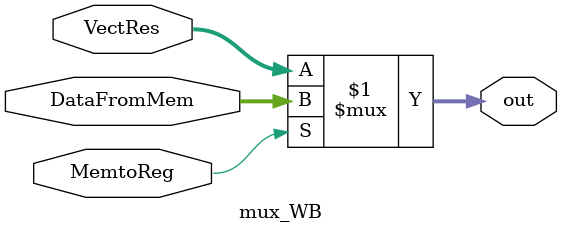
<source format=sv>
module mux_WB (input logic [63:0] DataFromMem, VectRes,
					input logic MemtoReg,
					output logic [63:0] out);
					
		assign out = ( MemtoReg ) ? DataFromMem : VectRes;

endmodule 
</source>
